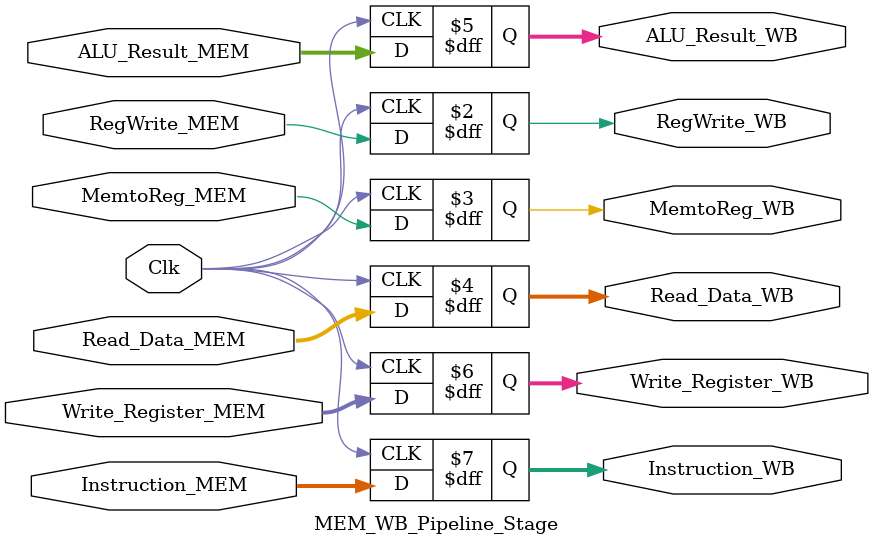
<source format=v>

module MEM_WB_Pipeline_Stage(
			     input 	  Clk,
			    
			     input 	  RegWrite_MEM,
			     input 	  MemtoReg_MEM,
			     input [31:0]	Read_Data_MEM, 
			     input [31:0] ALU_Result_MEM,
			     input [4:0]  Write_Register_MEM,
				  
				  input [31:0]	Instruction_MEM,

			     output reg 	  RegWrite_WB,
			     output reg 	  MemtoReg_WB,
			     output reg [31:0] Read_Data_WB, 
			     output reg [31:0] ALU_Result_WB,
			     output reg [4:0]  Write_Register_WB,
				  
				  output reg [31:0]	Instruction_WB
			     );
				  
   
   always@(posedge Clk) begin
		RegWrite_WB 		<= RegWrite_MEM;
		MemtoReg_WB 		<= MemtoReg_MEM;
		Read_Data_WB 		<= Read_Data_MEM;
		ALU_Result_WB		<= ALU_Result_MEM;
		Write_Register_WB	<= Write_Register_MEM;
		
		Instruction_WB <= Instruction_MEM;
	end //always

endmodule // MEM_WB_Pipeline_Stage

</source>
